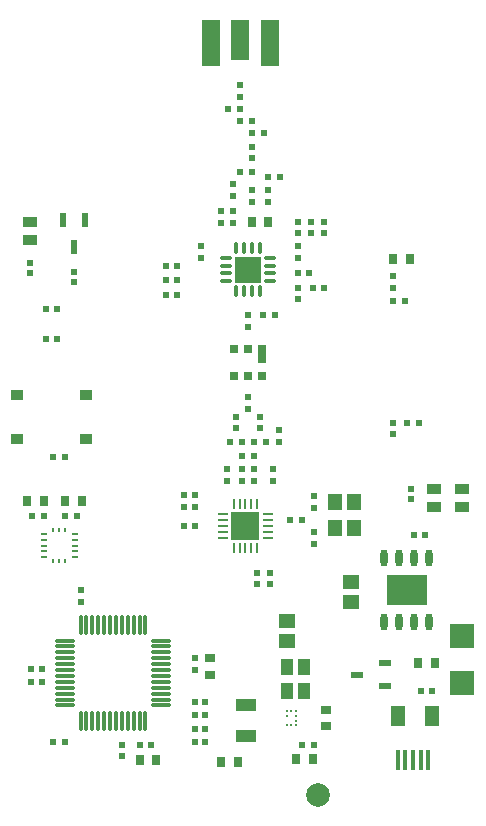
<source format=gtp>
G04*
G04 #@! TF.GenerationSoftware,Altium Limited,Altium Designer,19.0.4 (130)*
G04*
G04 Layer_Color=8421504*
%FSLAX25Y25*%
%MOIN*%
G70*
G01*
G75*
%ADD20R,0.05906X0.13780*%
%ADD21O,0.00984X0.03937*%
%ADD22O,0.03937X0.00984*%
%ADD23R,0.09449X0.09449*%
%ADD24R,0.04724X0.05512*%
%ADD25R,0.02559X0.06102*%
%ADD26R,0.02559X0.03150*%
%ADD27R,0.04600X0.03500*%
%ADD28R,0.02362X0.04528*%
%ADD29R,0.02165X0.02165*%
%ADD30R,0.03937X0.03543*%
%ADD31R,0.02362X0.01968*%
%ADD32R,0.02165X0.02165*%
%ADD33R,0.00984X0.01378*%
%ADD34R,0.01870X0.00984*%
%ADD35R,0.03150X0.03543*%
%ADD36R,0.01968X0.02362*%
%ADD37R,0.05512X0.04528*%
%ADD38O,0.02362X0.05709*%
%ADD39R,0.13425X0.09921*%
%ADD40R,0.07874X0.07874*%
%ADD41R,0.03937X0.02362*%
%ADD42R,0.04724X0.06890*%
%ADD43C,0.00827*%
%ADD44R,0.04331X0.05512*%
%ADD45R,0.07087X0.04331*%
%ADD46R,0.03543X0.03150*%
%ADD47R,0.01575X0.07087*%
%ADD48C,0.07874*%
%ADD49O,0.01181X0.07087*%
%ADD50O,0.07087X0.01181*%
%ADD51R,0.05906X0.15748*%
%ADD52R,0.08504X0.08504*%
%ADD53O,0.04331X0.01378*%
%ADD54O,0.01378X0.04331*%
D20*
X83890Y261390D02*
D03*
D21*
X81724Y92118D02*
D03*
X83693D02*
D03*
X85661D02*
D03*
X87630D02*
D03*
X89598D02*
D03*
Y106882D02*
D03*
X87630D02*
D03*
X85661D02*
D03*
X83693D02*
D03*
X81724D02*
D03*
D22*
X93043Y95563D02*
D03*
Y97531D02*
D03*
Y99500D02*
D03*
Y101469D02*
D03*
Y103437D02*
D03*
X78280D02*
D03*
Y101469D02*
D03*
Y99500D02*
D03*
Y97531D02*
D03*
Y95563D02*
D03*
D23*
X85661Y99500D02*
D03*
D24*
X121800Y99000D02*
D03*
Y107661D02*
D03*
X115501Y99000D02*
D03*
Y107661D02*
D03*
D25*
X91224Y156953D02*
D03*
D26*
X86500Y158429D02*
D03*
X81776D02*
D03*
X91224Y149571D02*
D03*
X86500D02*
D03*
X81776D02*
D03*
D27*
X14000Y200768D02*
D03*
Y194768D02*
D03*
X148500Y106000D02*
D03*
Y112000D02*
D03*
X158000Y106000D02*
D03*
Y112000D02*
D03*
D28*
X32240Y201461D02*
D03*
X24760D02*
D03*
X28500Y192602D02*
D03*
D29*
X14000Y183728D02*
D03*
Y187272D02*
D03*
X28500Y184272D02*
D03*
Y180728D02*
D03*
X141000Y112000D02*
D03*
Y108457D02*
D03*
X44500Y22957D02*
D03*
Y26500D02*
D03*
D30*
X9665Y143067D02*
D03*
Y128500D02*
D03*
X32500Y143067D02*
D03*
Y128500D02*
D03*
D31*
X21617Y122500D02*
D03*
X25554D02*
D03*
X14482Y103000D02*
D03*
X18419D02*
D03*
X25555D02*
D03*
X29492D02*
D03*
X135000Y174500D02*
D03*
X138937D02*
D03*
X143437Y133968D02*
D03*
X139500D02*
D03*
X108390Y26500D02*
D03*
X104453D02*
D03*
X25469Y27500D02*
D03*
X21531D02*
D03*
X54295Y26500D02*
D03*
X50358D02*
D03*
X79953Y238500D02*
D03*
X83890D02*
D03*
Y234469D02*
D03*
X87827D02*
D03*
X91764Y230469D02*
D03*
X87827D02*
D03*
X83890Y217500D02*
D03*
X87827D02*
D03*
X97228Y216000D02*
D03*
X93291D02*
D03*
X77606Y200500D02*
D03*
X81543D02*
D03*
X77606Y204500D02*
D03*
X81543D02*
D03*
X108031Y178969D02*
D03*
X111969D02*
D03*
X95468Y169850D02*
D03*
X91531D02*
D03*
X88532Y127500D02*
D03*
X92469D02*
D03*
X80532Y127500D02*
D03*
X84469D02*
D03*
X84531Y123000D02*
D03*
X88468D02*
D03*
X68968Y110000D02*
D03*
X65031D02*
D03*
X68968Y99500D02*
D03*
X65031D02*
D03*
X100531Y101469D02*
D03*
X104469D02*
D03*
D32*
X22772Y172000D02*
D03*
X19228D02*
D03*
Y162000D02*
D03*
X22772D02*
D03*
X14228Y47500D02*
D03*
X17772D02*
D03*
X17772Y52000D02*
D03*
X14228D02*
D03*
X142000Y96500D02*
D03*
X145543D02*
D03*
X147799Y44500D02*
D03*
X144256D02*
D03*
X68779Y27468D02*
D03*
X72323D02*
D03*
X68779Y40968D02*
D03*
X72323D02*
D03*
X68779Y31969D02*
D03*
X72323D02*
D03*
X68779Y36468D02*
D03*
X72323D02*
D03*
X62772Y186279D02*
D03*
X59228D02*
D03*
X59228Y181500D02*
D03*
X62772D02*
D03*
X106772Y183721D02*
D03*
X103228D02*
D03*
X68772Y106000D02*
D03*
X65228D02*
D03*
X59228Y176500D02*
D03*
X62772D02*
D03*
D33*
X21617Y98019D02*
D03*
X23586D02*
D03*
X25555D02*
D03*
Y87981D02*
D03*
X23586D02*
D03*
X21617D02*
D03*
D34*
X28754Y96938D02*
D03*
Y94969D02*
D03*
Y93000D02*
D03*
Y91031D02*
D03*
Y89062D02*
D03*
X18419D02*
D03*
Y91031D02*
D03*
Y93000D02*
D03*
Y94969D02*
D03*
Y96938D02*
D03*
D35*
X12907Y108000D02*
D03*
X18419D02*
D03*
X25555D02*
D03*
X31067D02*
D03*
X135000Y188500D02*
D03*
X140512D02*
D03*
X83012Y21000D02*
D03*
X77500D02*
D03*
X143244Y53740D02*
D03*
X148756D02*
D03*
X102543Y22000D02*
D03*
X108055D02*
D03*
X55870Y21500D02*
D03*
X50358D02*
D03*
X93291Y201000D02*
D03*
X87779D02*
D03*
D36*
X135000Y182905D02*
D03*
Y178969D02*
D03*
Y133968D02*
D03*
Y130032D02*
D03*
X30673Y74094D02*
D03*
Y78031D02*
D03*
X68779Y51484D02*
D03*
Y55421D02*
D03*
X83890Y246468D02*
D03*
Y242531D02*
D03*
X87827Y225969D02*
D03*
Y222031D02*
D03*
X93291Y211469D02*
D03*
Y207531D02*
D03*
X87827Y211469D02*
D03*
Y207531D02*
D03*
X111969Y197031D02*
D03*
Y200969D02*
D03*
X107500Y197031D02*
D03*
Y200969D02*
D03*
X103228Y197031D02*
D03*
Y200969D02*
D03*
X71000Y188839D02*
D03*
Y192776D02*
D03*
X103228D02*
D03*
Y188839D02*
D03*
X103228Y178969D02*
D03*
Y175031D02*
D03*
X86500Y165913D02*
D03*
Y169850D02*
D03*
Y138531D02*
D03*
Y142469D02*
D03*
X90500Y132032D02*
D03*
Y135968D02*
D03*
X82500Y132032D02*
D03*
Y135968D02*
D03*
X97000Y127532D02*
D03*
Y131468D02*
D03*
X84500Y114532D02*
D03*
Y118468D02*
D03*
X79575Y114532D02*
D03*
Y118468D02*
D03*
X88500Y114532D02*
D03*
Y118468D02*
D03*
X95000Y114532D02*
D03*
Y118468D02*
D03*
X108500Y105431D02*
D03*
Y109369D02*
D03*
Y97469D02*
D03*
Y93532D02*
D03*
X93732Y80032D02*
D03*
Y83969D02*
D03*
X89468Y80032D02*
D03*
Y83969D02*
D03*
X81543Y213469D02*
D03*
Y209531D02*
D03*
D37*
X120800Y74055D02*
D03*
Y80945D02*
D03*
X99394Y61055D02*
D03*
Y67945D02*
D03*
D38*
X147000Y88957D02*
D03*
X142000D02*
D03*
X137000D02*
D03*
X132000D02*
D03*
X147000Y67500D02*
D03*
X142000D02*
D03*
X137000D02*
D03*
X132000D02*
D03*
D39*
X139500Y78228D02*
D03*
D40*
X158000Y62874D02*
D03*
Y47126D02*
D03*
D41*
X132224Y46260D02*
D03*
Y53740D02*
D03*
X122776Y50000D02*
D03*
D42*
X147799Y36217D02*
D03*
X136382D02*
D03*
D43*
X99394Y37791D02*
D03*
X100969D02*
D03*
X102543D02*
D03*
X99394Y36217D02*
D03*
X102543D02*
D03*
Y34642D02*
D03*
X99394Y33067D02*
D03*
X100969D02*
D03*
X102543D02*
D03*
D44*
X99394Y52626D02*
D03*
X105299D02*
D03*
X99394Y44500D02*
D03*
X105299D02*
D03*
D45*
X86000Y39760D02*
D03*
Y29524D02*
D03*
D46*
X112500Y38256D02*
D03*
Y32744D02*
D03*
X73996Y55421D02*
D03*
Y49909D02*
D03*
D47*
X136382Y21485D02*
D03*
X138941D02*
D03*
X141500D02*
D03*
X144059D02*
D03*
X146618D02*
D03*
D48*
X110000Y10000D02*
D03*
D49*
X52327Y34555D02*
D03*
X50358D02*
D03*
X48390D02*
D03*
X46421D02*
D03*
X44453D02*
D03*
X42484D02*
D03*
X40516D02*
D03*
X38547D02*
D03*
X36579D02*
D03*
X34610D02*
D03*
X32642D02*
D03*
X30673D02*
D03*
Y66445D02*
D03*
X32642D02*
D03*
X34610D02*
D03*
X36579D02*
D03*
X38547D02*
D03*
X40516D02*
D03*
X42484D02*
D03*
X44453D02*
D03*
X46421D02*
D03*
X48390D02*
D03*
X50358D02*
D03*
X52327D02*
D03*
D50*
X25555Y39673D02*
D03*
Y41642D02*
D03*
Y43610D02*
D03*
Y45579D02*
D03*
Y47547D02*
D03*
Y49516D02*
D03*
Y51484D02*
D03*
Y53453D02*
D03*
Y55421D02*
D03*
Y57390D02*
D03*
Y59358D02*
D03*
Y61327D02*
D03*
X57445D02*
D03*
Y59358D02*
D03*
Y57390D02*
D03*
Y55421D02*
D03*
Y53453D02*
D03*
Y51484D02*
D03*
Y49516D02*
D03*
Y47547D02*
D03*
Y45579D02*
D03*
Y43610D02*
D03*
Y41642D02*
D03*
Y39673D02*
D03*
D51*
X74047Y260405D02*
D03*
X93732D02*
D03*
D52*
X86500Y185000D02*
D03*
D53*
X93685Y188839D02*
D03*
Y186279D02*
D03*
Y183721D02*
D03*
Y181161D02*
D03*
X79315D02*
D03*
Y183721D02*
D03*
Y186279D02*
D03*
Y188839D02*
D03*
D54*
X90339Y177815D02*
D03*
X87779D02*
D03*
X85220D02*
D03*
X82661D02*
D03*
Y192185D02*
D03*
X85220D02*
D03*
X87779D02*
D03*
X90339D02*
D03*
M02*

</source>
